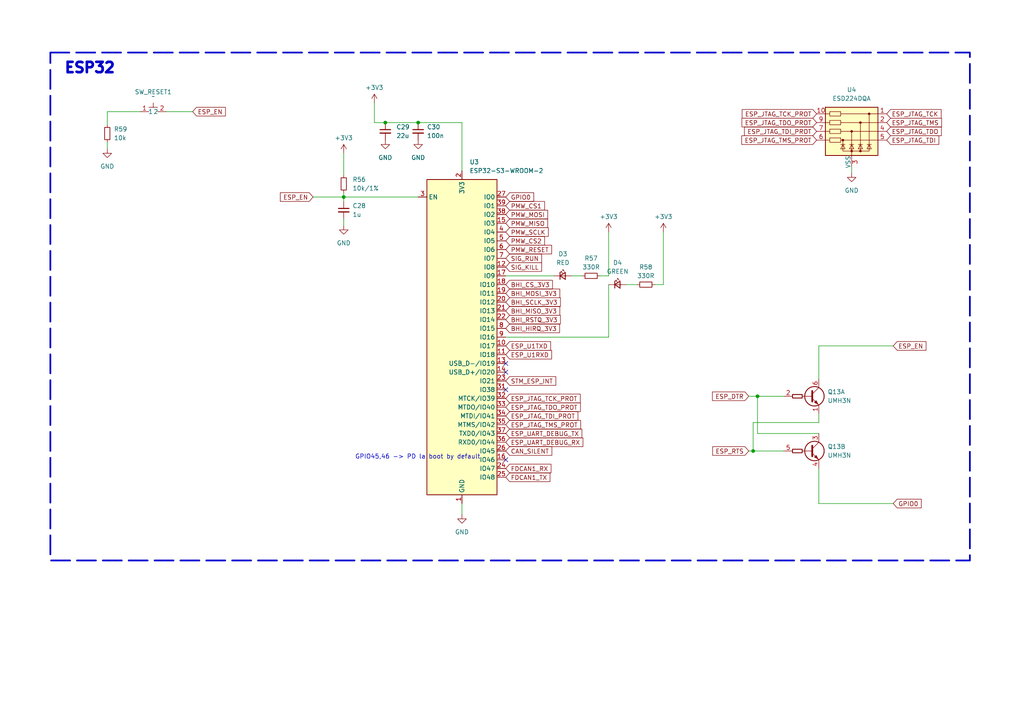
<source format=kicad_sch>
(kicad_sch (version 20231120) (generator "eeschema") (generator_version "8.0")
  (paper "A4")
  (title_block (title "HIRO Samurai - Control Board") (date "2024-06-03") (rev "v1") (company "electrodonkey") (comment 1 "CC-BY-SA 4.0"))
  (lib_symbols
    (symbol "Device:C_Small" (pin_numbers hide) (pin_names (offset 0.254) hide)
      (property "Reference" "C" (at 0.254 1.778 0))
      (property "Value" "C_Small" (at 0.254 -2.032 0))
      (symbol "C_Small_0_1"
        (polyline (pts (xy -1.524 -0.508) (xy 1.524 -0.508)) (stroke (width 0.3302)))
        (polyline (pts (xy -1.524 0.508) (xy 1.524 0.508)) (stroke (width 0.3048)))
      )
      (symbol "C_Small_1_1"
        (pin passive line (at 0 2.54 270) (length 2.032) (name "~") (number "1"))
        (pin passive line (at 0 -2.54 90) (length 2.032) (name "~") (number "2"))
      )
    )
    (symbol "Device:LED_Small" (pin_numbers hide) (pin_names (offset 0.254) hide)
      (property "Reference" "D" (at -1.27 3.175 0))
      (property "Value" "LED_Small" (at -4.445 -2.54 0))
      (symbol "LED_Small_0_1"
        (polyline (pts (xy -0.762 -1.016) (xy -0.762 1.016)) (stroke (width 0.254)))
        (polyline (pts (xy 1.016 0) (xy -0.762 0)))
        (polyline (pts (xy 0.762 -1.016) (xy -0.762 0) (xy 0.762 1.016) (xy 0.762 -1.016)) (stroke (width 0.254)))
        (polyline (pts (xy 0 0.762) (xy -0.508 1.27) (xy -0.254 1.27) (xy -0.508 1.27) (xy -0.508 1.016)))
        (polyline (pts (xy 0.508 1.27) (xy 0 1.778) (xy 0.254 1.778) (xy 0 1.778) (xy 0 1.524)))
      )
      (symbol "LED_Small_1_1"
        (pin passive line (at -2.54 0 0) (length 1.778) (name "K") (number "1"))
        (pin passive line (at 2.54 0 180) (length 1.778) (name "A") (number "2"))
      )
    )
    (symbol "Device:R_Small" (pin_numbers hide) (pin_names (offset 0.254) hide)
      (property "Reference" "R" (at 0.762 0.508 0))
      (property "Value" "R_Small" (at 0.762 -1.016 0))
      (symbol "R_Small_0_1"
        (rectangle (start -0.762 1.778) (end 0.762 -1.778) (stroke (width 0.2032)))
      )
      (symbol "R_Small_1_1"
        (pin passive line (at 0 2.54 270) (length 0.762) (name "~") (number "1"))
        (pin passive line (at 0 -2.54 90) (length 0.762) (name "~") (number "2"))
      )
    )
    (symbol "Power_Protection:ESD224DQA" (pin_names (offset 0))
      (property "Reference" "U" (at -0.635 8.255 0))
      (property "Value" "ESD224DQA" (at 8.89 -8.255 0))
      (symbol "ESD224DQA_0_0"
        (polyline (pts (xy -2.54 -5.715) (xy -2.54 2.54)))
        (polyline (pts (xy 0 0) (xy 0 -6.985)))
      )
      (symbol "ESD224DQA_0_1"
        (rectangle (start -7.62 6.985) (end 7.62 -6.985) (stroke (width 0.254)) (fill (type background)))
        (circle (center -5.08 5.08) (radius 0.2794) (fill (type outline)))
        (circle (center -2.54 -5.715) (radius 0.2794) (fill (type outline)))
        (circle (center -2.54 2.54) (radius 0.2794) (fill (type outline)))
        (circle (center 0 -5.715) (radius 0.2794) (fill (type outline)))
        (polyline (pts (xy -7.62 -2.54) (xy 3.175 -2.54)))
        (polyline (pts (xy -7.62 0) (xy 1.27 0)))
        (polyline (pts (xy -7.62 2.54) (xy -5.08 2.54)))
        (polyline (pts (xy -7.62 5.08) (xy -7.62 5.08)))
        (polyline (pts (xy -4.445 -3.81) (xy -5.715 -3.81)))
        (polyline (pts (xy -1.905 -3.81) (xy -3.175 -3.81)))
        (polyline (pts (xy 0 -6.985) (xy 0 -7.62)))
        (polyline (pts (xy 0.635 -3.81) (xy -0.635 -3.81)))
        (polyline (pts (xy 3.175 -3.81) (xy 1.905 -3.81)))
        (polyline (pts (xy 3.175 0) (xy 1.27 0)) (stroke (width 0.1524)))
        (polyline (pts (xy 3.175 5.08) (xy -7.62 5.08)) (stroke (width 0.1524)))
        (polyline (pts (xy 7.62 -2.54) (xy 6.35 -2.54)) (stroke (width 0.1524)))
        (polyline (pts (xy 7.62 0) (xy 6.35 0)) (stroke (width 0.1524)))
        (polyline (pts (xy 7.62 2.54) (xy 6.35 2.54)) (stroke (width 0.1524)))
        (polyline (pts (xy 7.62 5.08) (xy 6.35 5.08)) (stroke (width 0.1524)))
        (polyline (pts (xy -5.08 5.08) (xy -5.08 -5.715) (xy 2.54 -5.715) (xy 2.54 -2.54)) (stroke (width 0.1524)))
        (polyline (pts (xy -4.445 -5.08) (xy -5.715 -5.08) (xy -5.08 -3.81) (xy -4.445 -5.08)))
        (polyline (pts (xy -1.905 -5.08) (xy -3.175 -5.08) (xy -2.54 -3.81) (xy -1.905 -5.08)))
        (polyline (pts (xy 0.635 -5.08) (xy -0.635 -5.08) (xy 0 -3.81) (xy 0.635 -5.08)))
        (polyline (pts (xy 3.175 -5.08) (xy 1.905 -5.08) (xy 2.54 -3.81) (xy 3.175 -5.08)))
        (polyline (pts (xy 3.175 2.54) (xy 0 2.54) (xy 0 2.54) (xy -3.81 2.54) (xy -3.81 2.54) (xy -5.08 2.54)) (stroke (width 0.1524)))
        (circle (center 0 0) (radius 0.2794) (fill (type outline)))
        (circle (center 2.54 -2.54) (radius 0.2794) (fill (type outline)))
        (rectangle (start 3.175 -1.905) (end 6.35 -3.175) (stroke (width 0.1524)))
        (rectangle (start 3.175 0.635) (end 6.35 -0.635) (stroke (width 0.1524)))
        (rectangle (start 3.175 3.175) (end 6.35 1.905) (stroke (width 0.1524)))
        (rectangle (start 3.175 5.715) (end 6.35 4.445) (stroke (width 0.1524)))
      )
      (symbol "ESD224DQA_1_1"
        (pin passive line (at -10.16 5.08 0) (length 2.54) (name "~") (number "1"))
        (pin passive line (at 10.16 5.08 180) (length 2.54) (name "~") (number "10"))
        (pin passive line (at -10.16 2.54 0) (length 2.54) (name "~") (number "2"))
        (pin power_in line (at 0 -10.16 90) (length 2.54) (name "VSS") (number "3"))
        (pin passive line (at -10.16 0 0) (length 2.54) (name "~") (number "4"))
        (pin passive line (at -10.16 -2.54 0) (length 2.54) (name "~") (number "5"))
        (pin passive line (at 10.16 -2.54 180) (length 2.54) (name "~") (number "6"))
        (pin passive line (at 10.16 0 180) (length 2.54) (name "~") (number "7"))
        (pin passive line (at 0 -10.16 90) (length 2.54) hide (name "VSS") (number "8"))
        (pin passive line (at 10.16 2.54 180) (length 2.54) (name "~") (number "9"))
      )
    )
    (symbol "RF_Module:ESP32-S3-WROOM-2"
      (property "Reference" "U" (at -10.16 45.72 0))
      (property "Value" "ESP32-S3-WROOM-2" (at 2.54 45.72 0))
      (symbol "ESP32-S3-WROOM-2_0_1"
        (rectangle (start -10.16 45.72) (end 10.16 -45.72) (stroke (width 0.254)) (fill (type background)))
      )
      (symbol "ESP32-S3-WROOM-2_1_1"
        (pin power_in line (at 0 -48.26 90) (length 2.54) (name "GND") (number "1"))
        (pin bidirectional line (at 12.7 -2.54 180) (length 2.54) (name "IO17") (number "10"))
        (pin bidirectional line (at 12.7 -5.08 180) (length 2.54) (name "IO18") (number "11"))
        (pin bidirectional line (at 12.7 20.32 180) (length 2.54) (name "IO8") (number "12"))
        (pin bidirectional line (at 12.7 -7.62 180) (length 2.54) (name "USB_D-/IO19") (number "13"))
        (pin bidirectional line (at 12.7 -10.16 180) (length 2.54) (name "USB_D+/IO20") (number "14"))
        (pin bidirectional line (at 12.7 33.02 180) (length 2.54) (name "IO3") (number "15"))
        (pin bidirectional line (at 12.7 -35.56 180) (length 2.54) (name "IO46") (number "16"))
        (pin bidirectional line (at 12.7 17.78 180) (length 2.54) (name "IO9") (number "17"))
        (pin bidirectional line (at 12.7 15.24 180) (length 2.54) (name "IO10") (number "18"))
        (pin bidirectional line (at 12.7 12.7 180) (length 2.54) (name "IO11") (number "19"))
        (pin power_in line (at 0 48.26 270) (length 2.54) (name "3V3") (number "2"))
        (pin bidirectional line (at 12.7 10.16 180) (length 2.54) (name "IO12") (number "20"))
        (pin bidirectional line (at 12.7 7.62 180) (length 2.54) (name "IO13") (number "21"))
        (pin bidirectional line (at 12.7 5.08 180) (length 2.54) (name "IO14") (number "22"))
        (pin bidirectional line (at 12.7 -12.7 180) (length 2.54) (name "IO21") (number "23"))
        (pin bidirectional line (at 12.7 -38.1 180) (length 2.54) (name "IO47") (number "24"))
        (pin bidirectional line (at 12.7 -40.64 180) (length 2.54) (name "IO48") (number "25"))
        (pin bidirectional line (at 12.7 -33.02 180) (length 2.54) (name "IO45") (number "26"))
        (pin bidirectional line (at 12.7 40.64 180) (length 2.54) (name "IO0") (number "27"))
        (pin no_connect line (at -10.16 -35.56 0) (length 2.54) hide (name "NC") (number "28"))
        (pin no_connect line (at -10.16 -38.1 0) (length 2.54) hide (name "NC") (number "29"))
        (pin input line (at -12.7 40.64 0) (length 2.54) (name "EN") (number "3"))
        (pin no_connect line (at -10.16 -40.64 0) (length 2.54) hide (name "NC") (number "30"))
        (pin bidirectional line (at 12.7 -15.24 180) (length 2.54) (name "IO38") (number "31"))
        (pin bidirectional line (at 12.7 -17.78 180) (length 2.54) (name "MTCK/IO39") (number "32"))
        (pin bidirectional line (at 12.7 -20.32 180) (length 2.54) (name "MTDO/IO40") (number "33"))
        (pin bidirectional line (at 12.7 -22.86 180) (length 2.54) (name "MTDI/IO41") (number "34"))
        (pin bidirectional line (at 12.7 -25.4 180) (length 2.54) (name "MTMS/IO42") (number "35"))
        (pin bidirectional line (at 12.7 -30.48 180) (length 2.54) (name "RXD0/IO44") (number "36"))
        (pin bidirectional line (at 12.7 -27.94 180) (length 2.54) (name "TXD0/IO43") (number "37"))
        (pin bidirectional line (at 12.7 35.56 180) (length 2.54) (name "IO2") (number "38"))
        (pin bidirectional line (at 12.7 38.1 180) (length 2.54) (name "IO1") (number "39"))
        (pin bidirectional line (at 12.7 30.48 180) (length 2.54) (name "IO4") (number "4"))
        (pin passive line (at 0 -48.26 90) (length 2.54) hide (name "GND") (number "40"))
        (pin passive line (at 0 -48.26 90) (length 2.54) hide (name "GND") (number "41"))
        (pin bidirectional line (at 12.7 27.94 180) (length 2.54) (name "IO5") (number "5"))
        (pin bidirectional line (at 12.7 25.4 180) (length 2.54) (name "IO6") (number "6"))
        (pin bidirectional line (at 12.7 22.86 180) (length 2.54) (name "IO7") (number "7"))
        (pin bidirectional line (at 12.7 2.54 180) (length 2.54) (name "IO15") (number "8"))
        (pin bidirectional line (at 12.7 0 180) (length 2.54) (name "IO16") (number "9"))
      )
    )
    (symbol "TL1017AABF160QG:SPST_Switch" (pin_names (offset -0.2))
      (property "Reference" "SW1" (at 0 3.81 0))
      (symbol "SPST_Switch_0_1"
        (polyline (pts (xy -1.27 1.27) (xy 1.27 1.27)))
        (polyline (pts (xy 0 1.27) (xy 0 2.54)))
      )
      (symbol "SPST_Switch_1_1"
        (pin input line (at -3.81 0 0) (length 2.54) (name "1") (number "1"))
        (pin output line (at 3.81 0 180) (length 2.54) (name "2") (number "2"))
      )
    )
    (symbol "Transistor_BJT:UMH3N" (pin_names hide)
      (property "Reference" "Q" (at 7.62 1.27 0))
      (property "Value" "UMH3N" (at 7.62 -1.27 0))
      (symbol "UMH3N_0_1"
        (polyline (pts (xy 3.175 0) (xy 0.254 0)))
        (polyline (pts (xy 3.175 0.635) (xy 5.08 2.54)))
        (polyline (pts (xy 3.175 1.524) (xy 3.175 -1.524)) (stroke (width 0.508)))
        (polyline (pts (xy 3.175 -0.635) (xy 5.08 -2.54) (xy 5.08 -2.54)))
        (polyline (pts (xy 3.81 -1.778) (xy 4.318 -1.27) (xy 4.826 -2.286) (xy 3.81 -1.778) (xy 3.81 -1.778)) (fill (type outline)))
        (rectangle (start 0.254 0.508) (end -2.54 -0.508) (stroke (width 0.254)))
        (circle (center 3.81 0) (radius 2.8194) (stroke (width 0.254)))
      )
      (symbol "UMH3N_1_1"
        (pin passive line (at 5.08 -5.08 90) (length 2.54) (name "E1") (number "1"))
        (pin input line (at -5.08 0 0) (length 2.54) (name "B1") (number "2"))
        (pin passive line (at 5.08 5.08 270) (length 2.54) (name "C1") (number "6"))
      )
      (symbol "UMH3N_2_1"
        (pin passive line (at 5.08 5.08 270) (length 2.54) (name "C2") (number "3"))
        (pin passive line (at 5.08 -5.08 90) (length 2.54) (name "E2") (number "4"))
        (pin input line (at -5.08 0 0) (length 2.54) (name "B2") (number "5"))
      )
    )
    (symbol "power:+3V3" (power) (pin_names (offset 0))
      (property "Value" "+3V3" (at 0 3.556 0))
      (symbol "+3V3_0_1"
        (polyline (pts (xy -0.762 1.27) (xy 0 2.54)))
        (polyline (pts (xy 0 0) (xy 0 2.54)))
        (polyline (pts (xy 0 2.54) (xy 0.762 1.27)))
      )
      (symbol "+3V3_1_1"
        (pin power_in line (at 0 0 90) (length 0) hide (name "+3V3") (number "1"))
      )
    )
    (symbol "power:GND" (power) (pin_names (offset 0))
      (property "Value" "GND" (at 0 -3.81 0))
      (symbol "GND_0_1"
        (polyline (pts (xy 0 0) (xy 0 -1.27) (xy 1.27 -1.27) (xy 0 -2.54) (xy -1.27 -1.27) (xy 0 -1.27)))
      )
      (symbol "GND_1_1"
        (pin power_in line (at 0 0 270) (length 0) hide (name "GND") (number "1"))
      )
    )
  )
  (junction (at 99.695 57.15))
  (junction (at 121.285 35.56))
  (junction (at 218.44 130.81))
  (junction (at 111.76 35.56))
  (junction (at 219.71 114.935))
  (no_connect (at 146.685 107.95))
  (no_connect (at 146.685 133.35))
  (no_connect (at 146.685 113.03))
  (no_connect (at 146.685 105.41))
  (wire (pts (xy 90.805 57.15) (xy 99.695 57.15)))
  (wire (pts (xy 31.115 32.385) (xy 31.115 36.195)))
  (wire (pts (xy 108.585 35.56) (xy 111.76 35.56)))
  (wire (pts (xy 176.53 67.31) (xy 176.53 80.01)))
  (wire (pts (xy 111.76 35.56) (xy 121.285 35.56)))
  (wire (pts (xy 219.71 114.935) (xy 227.33 114.935)))
  (wire (pts (xy 146.685 97.79) (xy 176.53 97.79)))
  (wire (pts (xy 99.695 55.88) (xy 99.695 57.15)))
  (wire (pts (xy 189.865 82.55) (xy 192.405 82.55)))
  (wire (pts (xy 121.285 35.56) (xy 133.985 35.56)))
  (wire (pts (xy 218.44 130.81) (xy 227.33 130.81)))
  (wire (pts (xy 133.985 35.56) (xy 133.985 49.53)))
  (wire (pts (xy 173.99 80.01) (xy 176.53 80.01)))
  (wire (pts (xy 192.405 67.31) (xy 192.405 82.55)))
  (wire (pts (xy 218.44 122.555) (xy 218.44 130.81)))
  (wire (pts (xy 133.985 146.05) (xy 133.985 149.225)))
  (wire (pts (xy 48.26 32.385) (xy 55.88 32.385)))
  (wire (pts (xy 31.115 32.385) (xy 40.64 32.385)))
  (wire (pts (xy 237.49 146.05) (xy 259.08 146.05)))
  (wire (pts (xy 237.49 100.33) (xy 259.08 100.33)))
  (wire (pts (xy 31.115 41.275) (xy 31.115 43.18)))
  (wire (pts (xy 237.49 122.555) (xy 218.44 122.555)))
  (wire (pts (xy 99.695 44.45) (xy 99.695 50.8)))
  (wire (pts (xy 217.17 130.81) (xy 218.44 130.81)))
  (wire (pts (xy 219.71 125.73) (xy 237.49 125.73)))
  (wire (pts (xy 181.61 82.55) (xy 184.785 82.55)))
  (wire (pts (xy 176.53 97.79) (xy 176.53 82.55)))
  (wire (pts (xy 165.735 80.01) (xy 168.91 80.01)))
  (wire (pts (xy 237.49 109.855) (xy 237.49 100.33)))
  (wire (pts (xy 99.695 63.5) (xy 99.695 65.405)))
  (wire (pts (xy 108.585 29.845) (xy 108.585 35.56)))
  (wire (pts (xy 146.685 80.01) (xy 160.655 80.01)))
  (wire (pts (xy 237.49 120.015) (xy 237.49 122.555)))
  (wire (pts (xy 237.49 135.89) (xy 237.49 146.05)))
  (wire (pts (xy 219.71 114.935) (xy 219.71 125.73)))
  (wire (pts (xy 99.695 57.15) (xy 121.285 57.15)))
  (wire (pts (xy 99.695 57.15) (xy 99.695 58.42)))
  (wire (pts (xy 247.015 48.26) (xy 247.015 50.165)))
  (wire (pts (xy 217.17 114.935) (xy 219.71 114.935)))
  (rectangle (start 14.605 15.24) (end 281.305 162.56) (stroke (width 0.5) (type dash)))
  (text "GPIO45,46 -> PD la boot by default" (at 121.158 132.588 0) (effects (font (size 1.27 1.27))))
  (text "ESP32" (at 18.415 21.59 0) (effects (font (size 3 3) (thickness 1) (bold yes)) (justify left bottom)))
  (global_label "PMW_MOSI" (shape input) (at 146.685 62.23 0) (property "Intersheetrefs" "${INTERSHEET_REFS}" (effects (hide yes))))
  (global_label "GPIO0" (shape input) (at 146.685 57.15 0) (property "Intersheetrefs" "${INTERSHEET_REFS}" (effects (hide yes))))
  (global_label "ESP_JTAG_TMS" (shape input) (at 257.175 35.56 0) (property "Intersheetrefs" "${INTERSHEET_REFS}" (effects (hide yes))))
  (global_label "ESP_U1TXD" (shape input) (at 146.685 100.33 0) (property "Intersheetrefs" "${INTERSHEET_REFS}" (effects (hide yes))))
  (global_label "PMW_RESET" (shape input) (at 146.685 72.39 0) (property "Intersheetrefs" "${INTERSHEET_REFS}" (effects (hide yes))))
  (global_label "BHI_CS_3V3" (shape input) (at 146.685 82.55 0) (property "Intersheetrefs" "${INTERSHEET_REFS}" (effects (hide yes))))
  (global_label "SIG_KILL" (shape input) (at 146.685 77.47 0) (property "Intersheetrefs" "${INTERSHEET_REFS}" (effects (hide yes))))
  (global_label "ESP_EN" (shape input) (at 55.88 32.385 0) (property "Intersheetrefs" "${INTERSHEET_REFS}" (effects (hide yes))))
  (global_label "FDCAN1_RX" (shape input) (at 146.685 135.89 0) (property "Intersheetrefs" "${INTERSHEET_REFS}" (effects (hide yes))))
  (global_label "ESP_DTR" (shape input) (at 217.17 114.935 180) (property "Intersheetrefs" "${INTERSHEET_REFS}" (effects (hide yes))))
  (global_label "ESP_JTAG_TCK_PROT" (shape input) (at 236.855 33.02 180) (property "Intersheetrefs" "${INTERSHEET_REFS}" (effects (hide yes))))
  (global_label "CAN_SILENT" (shape input) (at 146.685 130.81 0) (property "Intersheetrefs" "${INTERSHEET_REFS}" (effects (hide yes))))
  (global_label "ESP_JTAG_TMS_PROT" (shape input) (at 146.685 123.19 0) (property "Intersheetrefs" "${INTERSHEET_REFS}" (effects (hide yes))))
  (global_label "ESP_RTS" (shape input) (at 217.17 130.81 180) (property "Intersheetrefs" "${INTERSHEET_REFS}" (effects (hide yes))))
  (global_label "ESP_JTAG_TDI_PROT" (shape input) (at 146.685 120.65 0) (property "Intersheetrefs" "${INTERSHEET_REFS}" (effects (hide yes))))
  (global_label "ESP_JTAG_TMS_PROT" (shape input) (at 236.855 40.64 180) (property "Intersheetrefs" "${INTERSHEET_REFS}" (effects (hide yes))))
  (global_label "FDCAN1_TX" (shape input) (at 146.685 138.43 0) (property "Intersheetrefs" "${INTERSHEET_REFS}" (effects (hide yes))))
  (global_label "BHI_MISO_3V3" (shape input) (at 146.685 90.17 0) (property "Intersheetrefs" "${INTERSHEET_REFS}" (effects (hide yes))))
  (global_label "PMW_MISO" (shape input) (at 146.685 64.77 0) (property "Intersheetrefs" "${INTERSHEET_REFS}" (effects (hide yes))))
  (global_label "ESP_EN" (shape input) (at 259.08 100.33 0) (property "Intersheetrefs" "${INTERSHEET_REFS}" (effects (hide yes))))
  (global_label "ESP_EN" (shape input) (at 90.805 57.15 180) (property "Intersheetrefs" "${INTERSHEET_REFS}" (effects (hide yes))))
  (global_label "ESP_JTAG_TDI" (shape input) (at 257.175 40.64 0) (property "Intersheetrefs" "${INTERSHEET_REFS}" (effects (hide yes))))
  (global_label "ESP_JTAG_TCK" (shape input) (at 257.175 33.02 0) (property "Intersheetrefs" "${INTERSHEET_REFS}" (effects (hide yes))))
  (global_label "SIG_RUN" (shape input) (at 146.685 74.93 0) (property "Intersheetrefs" "${INTERSHEET_REFS}" (effects (hide yes))))
  (global_label "ESP_UART_DEBUG_TX" (shape input) (at 146.685 125.73 0) (property "Intersheetrefs" "${INTERSHEET_REFS}" (effects (hide yes))))
  (global_label "BHI_MOSI_3V3" (shape input) (at 146.685 85.09 0) (property "Intersheetrefs" "${INTERSHEET_REFS}" (effects (hide yes))))
  (global_label "GPIO0" (shape input) (at 259.08 146.05 0) (property "Intersheetrefs" "${INTERSHEET_REFS}" (effects (hide yes))))
  (global_label "PMW_SCLK" (shape input) (at 146.685 67.31 0) (property "Intersheetrefs" "${INTERSHEET_REFS}" (effects (hide yes))))
  (global_label "ESP_JTAG_TDO_PROT" (shape input) (at 146.685 118.11 0) (property "Intersheetrefs" "${INTERSHEET_REFS}" (effects (hide yes))))
  (global_label "BHI_HIRQ_3V3" (shape input) (at 146.685 95.25 0) (property "Intersheetrefs" "${INTERSHEET_REFS}" (effects (hide yes))))
  (global_label "BHI_RSTQ_3V3" (shape input) (at 146.685 92.71 0) (property "Intersheetrefs" "${INTERSHEET_REFS}" (effects (hide yes))))
  (global_label "BHI_SCLK_3V3" (shape input) (at 146.685 87.63 0) (property "Intersheetrefs" "${INTERSHEET_REFS}" (effects (hide yes))))
  (global_label "PMW_CS2" (shape input) (at 146.685 69.85 0) (property "Intersheetrefs" "${INTERSHEET_REFS}" (effects (hide yes))))
  (global_label "ESP_JTAG_TCK_PROT" (shape input) (at 146.685 115.57 0) (property "Intersheetrefs" "${INTERSHEET_REFS}" (effects (hide yes))))
  (global_label "ESP_U1RXD" (shape input) (at 146.685 102.87 0) (property "Intersheetrefs" "${INTERSHEET_REFS}" (effects (hide yes))))
  (global_label "ESP_JTAG_TDI_PROT" (shape input) (at 236.855 38.1 180) (property "Intersheetrefs" "${INTERSHEET_REFS}" (effects (hide yes))))
  (global_label "ESP_JTAG_TDO_PROT" (shape input) (at 236.855 35.56 180) (property "Intersheetrefs" "${INTERSHEET_REFS}" (effects (hide yes))))
  (global_label "PMW_CS1" (shape input) (at 146.685 59.69 0) (property "Intersheetrefs" "${INTERSHEET_REFS}" (effects (hide yes))))
  (global_label "ESP_JTAG_TDO" (shape input) (at 257.175 38.1 0) (property "Intersheetrefs" "${INTERSHEET_REFS}" (effects (hide yes))))
  (global_label "ESP_UART_DEBUG_RX" (shape input) (at 146.685 128.27 0) (property "Intersheetrefs" "${INTERSHEET_REFS}" (effects (hide yes))))
  (global_label "STM_ESP_INT" (shape input) (at 146.685 110.49 0) (property "Intersheetrefs" "${INTERSHEET_REFS}" (effects (hide yes))))
  (symbol (lib_id "power:GND") (at 247.015 50.165 0) (unit 1)
    (property "Reference" "#PWR084" (effects (hide yes)))
    (property "Value" "GND" (at 247.015 55.245 0))
  )
  (symbol (lib_id "Device:R_Small") (at 31.115 38.735 0) (unit 1)
    (property "Reference" "R59" (at 33.02 37.465 0) (effects (justify left)))
    (property "Value" "10k" (at 33.02 40.005 0) (effects (justify left)))
    (property "Footprint" "Resistor_SMD:R_0402_1005Metric_Pad0.72x0.64mm_HandSolder" (effects (hide yes)))
  )
  (symbol (lib_id "power:GND") (at 133.985 149.225 0) (unit 1)
    (property "Reference" "#PWR081" (effects (hide yes)))
    (property "Value" "GND" (at 133.985 154.305 0))
  )
  (symbol (lib_id "power:GND") (at 99.695 65.405 0) (unit 1)
    (property "Reference" "#PWR077" (effects (hide yes)))
    (property "Value" "GND" (at 99.695 70.485 0))
  )
  (symbol (lib_id "power:+3V3") (at 108.585 29.845 0) (unit 1)
    (property "Reference" "#PWR078" (effects (hide yes)))
    (property "Value" "+3V3" (at 108.585 25.4 0))
  )
  (symbol (lib_id "RF_Module:ESP32-S3-WROOM-2") (at 133.985 97.79 0) (unit 1)
    (property "Reference" "U3" (at 136.1791 46.99 0) (effects (justify left)))
    (property "Value" "ESP32-S3-WROOM-2" (at 136.1791 49.53 0) (effects (justify left)))
    (property "Footprint" "RF_Module:ESP32-S3-WROOM-2" (effects (hide yes)))
    (property "Datasheet" "https://www.espressif.com/sites/default/files/documentation/esp32-s3-wroom-2_datasheet_en.pdf" (effects (hide yes)))
    (property "Description" "RF Module, 2.4 GHz, Wi­-Fi, Bluetooth, BLE, ESP32­-S3R8V" (effects (hide yes)))
  )
  (symbol (lib_id "Device:LED_Small") (at 179.07 82.55 0) (unit 1)
    (property "Reference" "D4" (at 179.1335 76.2 0))
    (property "Value" "GREEN" (at 179.1335 78.74 0))
    (property "Footprint" "LED_SMD:LED_0603_1608Metric_Pad1.05x0.95mm_HandSolder" (effects (hide yes)))
    (property "Description" "Light emitting diode, small symbol" (effects (hide yes)))
  )
  (symbol (lib_id "power:GND") (at 121.285 40.64 0) (unit 1)
    (property "Reference" "#PWR080" (effects (hide yes)))
    (property "Value" "GND" (at 121.285 45.72 0))
  )
  (symbol (lib_id "Device:C_Small") (at 121.285 38.1 0) (unit 1)
    (property "Reference" "C30" (at 123.825 36.8363 0) (effects (justify left)))
    (property "Value" "100n" (at 123.825 39.3763 0) (effects (justify left)))
    (property "Footprint" "Capacitor_SMD:C_0402_1005Metric_Pad0.74x0.62mm_HandSolder" (effects (hide yes)))
  )
  (symbol (lib_id "Power_Protection:ESD224DQA") (at 247.015 38.1 0) (mirror y) (unit 1)
    (property "Reference" "U4" (at 247.015 26.035 0))
    (property "Value" "ESD224DQA" (at 247.015 28.575 0))
    (property "Footprint" "Package_DFN_QFN:Diodes_UDFN-10_1.0x2.5mm_P0.5mm" (effects (hide yes)))
    (property "Datasheet" "https://www.ti.com/lit/ds/symlink/esd224.pdf" (effects (hide yes)))
    (property "Description" "4-Channel Low Capacitance TVS Diode Array, USON-10" (effects (hide yes)))
    (property "mfg" "ESD224DQAR " (effects (hide yes)))
  )
  (symbol (lib_id "Transistor_BJT:UMH3N") (at 232.41 130.81 0) (unit 2)
    (property "Reference" "Q13" (at 240.03 129.54 0) (effects (justify left)))
    (property "Value" "UMH3N" (at 240.03 132.08 0) (effects (justify left)))
    (property "Footprint" "Package_TO_SOT_SMD:SOT-363_SC-70-6" (effects (hide yes)))
    (property "Datasheet" "http://rohmfs.rohm.com/en/products/databook/datasheet/discrete/transistor/digital/emh3t2r-e.pdf" (effects (hide yes)))
  )
  (symbol (lib_id "power:+3V3") (at 192.405 67.31 0) (unit 1)
    (property "Reference" "#PWR083" (effects (hide yes)))
    (property "Value" "+3V3" (at 192.405 62.865 0))
  )
  (symbol (lib_id "power:+3V3") (at 176.53 67.31 0) (unit 1)
    (property "Reference" "#PWR082" (effects (hide yes)))
    (property "Value" "+3V3" (at 176.53 62.865 0))
  )
  (symbol (lib_id "Device:R_Small") (at 187.325 82.55 90) (unit 1)
    (property "Reference" "R58" (at 187.325 77.47 90))
    (property "Value" "330R" (at 187.325 80.01 90))
    (property "Footprint" "Resistor_SMD:R_0402_1005Metric_Pad0.72x0.64mm_HandSolder" (effects (hide yes)))
  )
  (symbol (lib_id "power:GND") (at 31.115 43.18 0) (unit 1)
    (property "Reference" "#PWR085" (effects (hide yes)))
    (property "Value" "GND" (at 31.115 48.26 0))
  )
  (symbol (lib_id "TL1017AABF160QG:SPST_Switch") (at 44.45 32.385 0) (unit 1)
    (property "Reference" "SW_RESET1" (at 44.45 26.67 0))
    (property "Value" "~" (at 44.45 27.94 0))
    (property "Footprint" "hiro_sumo:TL1017AABF160QG" (effects (hide yes)))
    (property "Purchase-URL" "https://ro.mouser.com/ProductDetail/E-Switch/TL1017AABF160QG?qs=9vOqFld9vZWEDSBQD0ZM5A%3D%3D" (effects (hide yes)))
    (property "mfg" "TL1017AABF160QG" (effects (hide yes)))
  )
  (symbol (lib_id "power:GND") (at 111.76 40.64 0) (unit 1)
    (property "Reference" "#PWR079" (effects (hide yes)))
    (property "Value" "GND" (at 111.76 45.72 0))
  )
  (symbol (lib_id "Device:R_Small") (at 171.45 80.01 90) (unit 1)
    (property "Reference" "R57" (at 171.45 74.93 90))
    (property "Value" "330R" (at 171.45 77.47 90))
    (property "Footprint" "Resistor_SMD:R_0402_1005Metric_Pad0.72x0.64mm_HandSolder" (effects (hide yes)))
  )
  (symbol (lib_id "Device:C_Small") (at 99.695 60.96 0) (unit 1)
    (property "Reference" "C28" (at 102.235 59.6963 0) (effects (justify left)))
    (property "Value" "1u" (at 102.235 62.2363 0) (effects (justify left)))
    (property "Footprint" "Capacitor_SMD:C_0402_1005Metric_Pad0.74x0.62mm_HandSolder" (effects (hide yes)))
  )
  (symbol (lib_id "power:+3V3") (at 99.695 44.45 0) (unit 1)
    (property "Reference" "#PWR076" (effects (hide yes)))
    (property "Value" "+3V3" (at 99.695 40.005 0))
  )
  (symbol (lib_id "Device:C_Small") (at 111.76 38.1 0) (unit 1)
    (property "Reference" "C29" (at 114.935 36.8363 0) (effects (justify left)))
    (property "Value" "22u" (at 114.935 39.3763 0) (effects (justify left)))
    (property "Footprint" "Capacitor_SMD:C_0603_1608Metric_Pad1.08x0.95mm_HandSolder" (effects (hide yes)))
  )
  (symbol (lib_id "Device:R_Small") (at 99.695 53.34 0) (unit 1)
    (property "Reference" "R56" (at 102.235 52.07 0) (effects (justify left)))
    (property "Value" "10k/1%" (at 102.235 54.61 0) (effects (justify left)))
    (property "Footprint" "Resistor_SMD:R_0402_1005Metric_Pad0.72x0.64mm_HandSolder" (effects (hide yes)))
  )
  (symbol (lib_id "Device:LED_Small") (at 163.195 80.01 0) (unit 1)
    (property "Reference" "D3" (at 163.2585 73.66 0))
    (property "Value" "RED" (at 163.2585 76.2 0))
    (property "Footprint" "LED_SMD:LED_0603_1608Metric_Pad1.05x0.95mm_HandSolder" (effects (hide yes)))
    (property "Description" "Light emitting diode, small symbol" (effects (hide yes)))
  )
  (symbol (lib_id "Transistor_BJT:UMH3N") (at 232.41 114.935 0) (unit 1)
    (property "Reference" "Q13" (at 240.03 113.665 0) (effects (justify left)))
    (property "Value" "UMH3N" (at 240.03 116.205 0) (effects (justify left)))
    (property "Footprint" "Package_TO_SOT_SMD:SOT-363_SC-70-6" (effects (hide yes)))
    (property "Datasheet" "http://rohmfs.rohm.com/en/products/databook/datasheet/discrete/transistor/digital/emh3t2r-e.pdf" (effects (hide yes)))
  )
)
</source>
